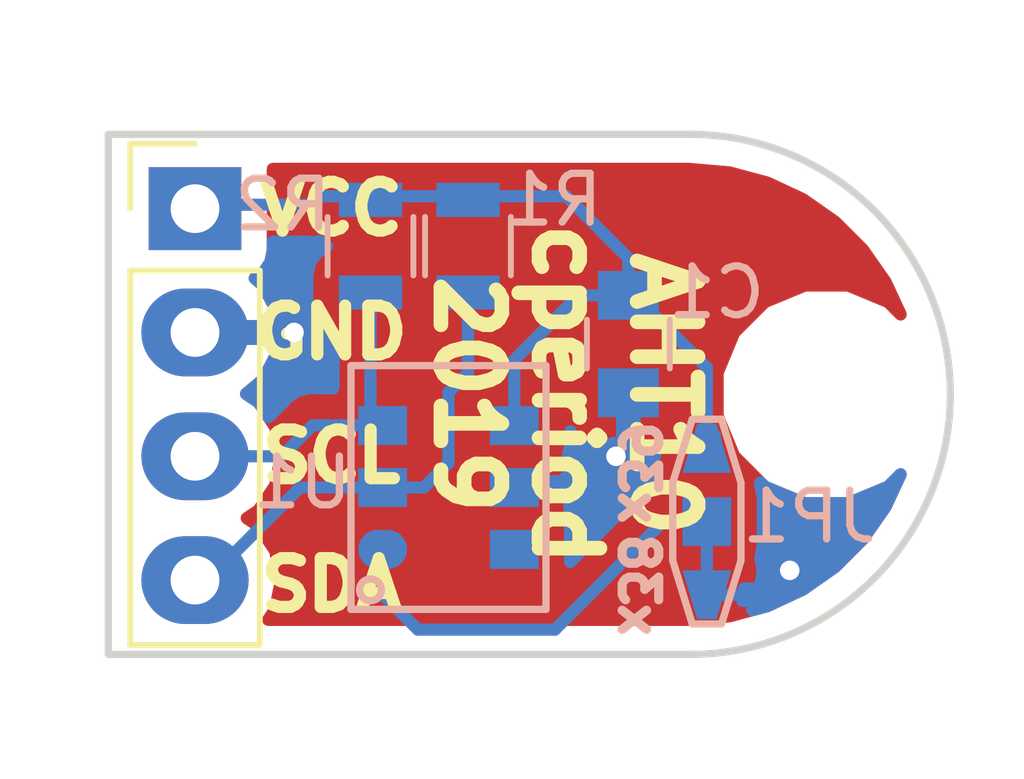
<source format=kicad_pcb>
(kicad_pcb (version 20171130) (host pcbnew 5.0.2-bee76a0~70~ubuntu18.04.1)

  (general
    (thickness 1.6)
    (drawings 11)
    (tracks 46)
    (zones 0)
    (modules 7)
    (nets 7)
  )

  (page A4)
  (layers
    (0 F.Cu signal)
    (31 B.Cu signal)
    (32 B.Adhes user hide)
    (33 F.Adhes user hide)
    (34 B.Paste user)
    (35 F.Paste user hide)
    (36 B.SilkS user)
    (37 F.SilkS user)
    (38 B.Mask user)
    (39 F.Mask user)
    (40 Dwgs.User user hide)
    (41 Cmts.User user hide)
    (42 Eco1.User user hide)
    (43 Eco2.User user hide)
    (44 Edge.Cuts user)
    (45 Margin user hide)
    (46 B.CrtYd user)
    (47 F.CrtYd user hide)
    (48 B.Fab user hide)
    (49 F.Fab user hide)
  )

  (setup
    (last_trace_width 0.25)
    (user_trace_width 0.5)
    (trace_clearance 0.25)
    (zone_clearance 0.508)
    (zone_45_only no)
    (trace_min 0.25)
    (segment_width 0.2)
    (edge_width 0.15)
    (via_size 0.8)
    (via_drill 0.4)
    (via_min_size 0.4)
    (via_min_drill 0.3)
    (uvia_size 0.3)
    (uvia_drill 0.1)
    (uvias_allowed no)
    (uvia_min_size 0.2)
    (uvia_min_drill 0.1)
    (pcb_text_width 0.3)
    (pcb_text_size 1.5 1.5)
    (mod_edge_width 0.15)
    (mod_text_size 1 1)
    (mod_text_width 0.15)
    (pad_size 1.524 1.524)
    (pad_drill 0.762)
    (pad_to_mask_clearance 0.051)
    (solder_mask_min_width 0.25)
    (aux_axis_origin 125.222 90.424)
    (visible_elements FFFFFF7F)
    (pcbplotparams
      (layerselection 0x01020_fffffffe)
      (usegerberextensions false)
      (usegerberattributes false)
      (usegerberadvancedattributes false)
      (creategerberjobfile false)
      (excludeedgelayer true)
      (linewidth 0.050000)
      (plotframeref false)
      (viasonmask false)
      (mode 1)
      (useauxorigin true)
      (hpglpennumber 1)
      (hpglpenspeed 20)
      (hpglpendiameter 15.000000)
      (psnegative false)
      (psa4output false)
      (plotreference true)
      (plotvalue true)
      (plotinvisibletext false)
      (padsonsilk false)
      (subtractmaskfromsilk false)
      (outputformat 1)
      (mirror false)
      (drillshape 0)
      (scaleselection 1)
      (outputdirectory "Gerber/"))
  )

  (net 0 "")
  (net 1 GND)
  (net 2 VCC)
  (net 3 "Net-(J1-Pad4)")
  (net 4 "Net-(J1-Pad3)")
  (net 5 "Net-(U1-Pad6)")
  (net 6 "Net-(JP1-Pad2)")

  (net_class Default "This is the default net class."
    (clearance 0.25)
    (trace_width 0.25)
    (via_dia 0.8)
    (via_drill 0.4)
    (uvia_dia 0.3)
    (uvia_drill 0.1)
    (diff_pair_gap 0.45)
    (diff_pair_width 0.35)
    (add_net GND)
    (add_net "Net-(J1-Pad3)")
    (add_net "Net-(J1-Pad4)")
    (add_net "Net-(JP1-Pad2)")
    (add_net "Net-(U1-Pad6)")
    (add_net VCC)
  )

  (module "CPB:Jumper 1-2-3 0.5mm" (layer B.Cu) (tedit 5D4B6EE2) (tstamp 5D4B7365)
    (at 137.5 87.7 90)
    (path /5D47687F)
    (fp_text reference JP1 (at 0.1 2.1 180) (layer B.SilkS)
      (effects (font (size 1 1) (thickness 0.15)) (justify mirror))
    )
    (fp_text value ADDR (at -0.1 1.4 90) (layer B.Fab)
      (effects (font (size 1 1) (thickness 0.15)) (justify mirror))
    )
    (fp_poly (pts (xy -2 0.2) (xy -1 0.5) (xy 1 0.5) (xy 2 0.2)
      (xy 2 -0.2) (xy 1 -0.5) (xy -1 -0.5) (xy -2 -0.2)) (layer B.Mask) (width 0.15))
    (fp_line (start -2.1 -0.3) (end -2.1 0.3) (layer B.SilkS) (width 0.15))
    (fp_line (start -0.8 -0.7) (end -2.1 -0.3) (layer B.SilkS) (width 0.15))
    (fp_line (start 0.8 -0.7) (end -0.8 -0.7) (layer B.SilkS) (width 0.15))
    (fp_line (start 2.1 -0.3) (end 0.8 -0.7) (layer B.SilkS) (width 0.15))
    (fp_line (start 2.1 0.3) (end 2.1 -0.3) (layer B.SilkS) (width 0.15))
    (fp_line (start 0.8 0.7) (end 2.1 0.3) (layer B.SilkS) (width 0.15))
    (fp_line (start -0.8 0.7) (end 0.8 0.7) (layer B.SilkS) (width 0.15))
    (fp_line (start -2.1 0.3) (end -0.8 0.7) (layer B.SilkS) (width 0.15))
    (pad 3 smd trapezoid (at 1.5 0 270) (size 1 0.7) (rect_delta -0.3 0 ) (layers B.Cu B.Paste B.Mask)
      (net 2 VCC))
    (pad 1 smd trapezoid (at -1.5 0 90) (size 1 0.7) (rect_delta -0.3 0 ) (layers B.Cu B.Paste B.Mask)
      (net 1 GND))
    (pad 2 smd rect (at 0 0 90) (size 1 1) (layers B.Cu B.Paste B.Mask)
      (net 6 "Net-(JP1-Pad2)"))
  )

  (module CPB:AHT10 (layer B.Cu) (tedit 5D48D185) (tstamp 5D738125)
    (at 132.2 87)
    (path /5D38ECA9)
    (fp_text reference U1 (at -3 -0.1) (layer B.SilkS)
      (effects (font (size 1 1) (thickness 0.15)) (justify mirror))
    )
    (fp_text value AHT10 (at -1.8 3.6) (layer B.Fab)
      (effects (font (size 1 1) (thickness 0.15)) (justify mirror))
    )
    (fp_line (start -2.2 -2.7) (end -2.2 2.7) (layer B.Fab) (width 0.15))
    (fp_line (start 2.2 -2.7) (end -2.2 -2.7) (layer B.Fab) (width 0.15))
    (fp_line (start 2.2 2.7) (end 2.2 -2.7) (layer B.Fab) (width 0.15))
    (fp_line (start -2.2 2.7) (end 2.2 2.7) (layer B.Fab) (width 0.15))
    (fp_line (start -2.1 -2.6) (end -2.1 2.6) (layer B.CrtYd) (width 0.15))
    (fp_line (start 2.1 -2.6) (end -2.1 -2.6) (layer B.CrtYd) (width 0.15))
    (fp_line (start 2.1 2.6) (end 2.1 -2.6) (layer B.CrtYd) (width 0.15))
    (fp_line (start -2.1 2.6) (end 2.1 2.6) (layer B.CrtYd) (width 0.15))
    (fp_circle (center -1.6 2.1) (end -1.4 2) (layer B.SilkS) (width 0.15))
    (fp_line (start -2 -2.5) (end -2 2.5) (layer B.SilkS) (width 0.15))
    (fp_line (start 2 -2.5) (end -2 -2.5) (layer B.SilkS) (width 0.15))
    (fp_line (start 2 2.5) (end 2 -2.5) (layer B.SilkS) (width 0.15))
    (fp_line (start -2 2.5) (end 2 2.5) (layer B.SilkS) (width 0.15))
    (pad 6 smd rect (at 1.35 1.27) (size 1 0.8) (layers B.Cu B.Paste B.Mask)
      (net 5 "Net-(U1-Pad6)"))
    (pad 5 smd rect (at 1.35 0) (size 1 0.8) (layers B.Cu B.Paste B.Mask)
      (net 1 GND))
    (pad 4 smd rect (at 1.35 -1.27) (size 1 0.8) (layers B.Cu B.Paste B.Mask)
      (net 2 VCC))
    (pad 3 smd rect (at -1.35 -1.27) (size 1 0.8) (layers B.Cu B.Paste B.Mask)
      (net 4 "Net-(J1-Pad3)"))
    (pad 2 smd rect (at -1.35 0) (size 1 0.8) (layers B.Cu B.Paste B.Mask)
      (net 3 "Net-(J1-Pad4)"))
    (pad 1 smd oval (at -1.35 1.27) (size 1 0.8) (layers B.Cu B.Paste B.Mask)
      (net 6 "Net-(JP1-Pad2)"))
  )

  (module CPB:Socket_Strip_Straight_1x04_Oval_Pitch2.54mm (layer F.Cu) (tedit 5D38F24C) (tstamp 5D4F3DB7)
    (at 127 81.28)
    (descr "Through hole straight socket strip, 1x04, 2.54mm pitch, single row")
    (tags "Through hole socket strip THT 1x04 2.54mm single row")
    (path /5D38EF80)
    (fp_text reference J1 (at 0 -2.33) (layer F.SilkS) hide
      (effects (font (size 1 1) (thickness 0.15)))
    )
    (fp_text value Conn_01x04 (at 0 9.95) (layer F.Fab) hide
      (effects (font (size 1 1) (thickness 0.15)))
    )
    (fp_text user %R (at 0 -2.33) (layer F.Fab) hide
      (effects (font (size 1 1) (thickness 0.15)))
    )
    (fp_line (start 1.8 -1.8) (end -1.8 -1.8) (layer F.CrtYd) (width 0.05))
    (fp_line (start 1.8 9.4) (end 1.8 -1.8) (layer F.CrtYd) (width 0.05))
    (fp_line (start -1.8 9.4) (end 1.8 9.4) (layer F.CrtYd) (width 0.05))
    (fp_line (start -1.8 -1.8) (end -1.8 9.4) (layer F.CrtYd) (width 0.05))
    (fp_line (start -1.33 -1.33) (end 0 -1.33) (layer F.SilkS) (width 0.12))
    (fp_line (start -1.33 0) (end -1.33 -1.33) (layer F.SilkS) (width 0.12))
    (fp_line (start 1.33 1.27) (end -1.33 1.27) (layer F.SilkS) (width 0.12))
    (fp_line (start 1.33 8.95) (end 1.33 1.27) (layer F.SilkS) (width 0.12))
    (fp_line (start -1.33 8.95) (end 1.33 8.95) (layer F.SilkS) (width 0.12))
    (fp_line (start -1.33 1.27) (end -1.33 8.95) (layer F.SilkS) (width 0.12))
    (fp_line (start 1.27 -1.27) (end -1.27 -1.27) (layer F.Fab) (width 0.1))
    (fp_line (start 1.27 8.89) (end 1.27 -1.27) (layer F.Fab) (width 0.1))
    (fp_line (start -1.27 8.89) (end 1.27 8.89) (layer F.Fab) (width 0.1))
    (fp_line (start -1.27 -1.27) (end -1.27 8.89) (layer F.Fab) (width 0.1))
    (pad 4 thru_hole oval (at 0 7.62) (size 2.2 1.8) (drill 1) (layers *.Cu *.Mask)
      (net 3 "Net-(J1-Pad4)"))
    (pad 3 thru_hole oval (at 0 5.08) (size 2.2 1.8) (drill 1) (layers *.Cu *.Mask)
      (net 4 "Net-(J1-Pad3)"))
    (pad 2 thru_hole oval (at 0 2.54) (size 2.2 1.8) (drill 1) (layers *.Cu *.Mask)
      (net 1 GND))
    (pad 1 thru_hole rect (at 0 0) (size 1.9 1.7) (drill 1) (layers *.Cu *.Mask)
      (net 2 VCC))
    (model ${KISYS3DMOD}/Socket_Strips.3dshapes/Socket_Strip_Straight_1x04_Pitch2.54mm.wrl
      (offset (xyz 0 -3.809999942779541 0))
      (scale (xyz 1 1 1))
      (rotate (xyz 0 0 270))
    )
  )

  (module MountingHole:MountingHole_3.2mm_M3 (layer F.Cu) (tedit 5D38F1FB) (tstamp 5D4B6949)
    (at 139.954 85.09)
    (descr "Mounting Hole 3.2mm, no annular, M3")
    (tags "mounting hole 3.2mm no annular m3")
    (attr virtual)
    (fp_text reference REF** (at 0 -4.2) (layer F.SilkS) hide
      (effects (font (size 1 1) (thickness 0.15)))
    )
    (fp_text value MountingHole_3.2mm_M3 (at 0 4.2) (layer F.Fab) hide
      (effects (font (size 1 1) (thickness 0.15)))
    )
    (fp_circle (center 0 0) (end 3.45 0) (layer F.CrtYd) (width 0.05))
    (fp_circle (center 0 0) (end 3.2 0) (layer Cmts.User) (width 0.15))
    (fp_text user %R (at 0.3 0) (layer F.Fab)
      (effects (font (size 1 1) (thickness 0.15)))
    )
    (pad 1 np_thru_hole circle (at 0 0) (size 3.2 3.2) (drill 3.2) (layers *.Cu *.Mask))
  )

  (module Capacitors_SMD:C_0805 (layer B.Cu) (tedit 58AA8463) (tstamp 5D737EB5)
    (at 135.89 84.058 270)
    (descr "Capacitor SMD 0805, reflow soldering, AVX (see smccp.pdf)")
    (tags "capacitor 0805")
    (path /5D38EDCB)
    (attr smd)
    (fp_text reference C1 (at -1.058 -1.81) (layer B.SilkS)
      (effects (font (size 1 1) (thickness 0.15)) (justify mirror))
    )
    (fp_text value 100nF (at 0 -1.75 270) (layer B.Fab)
      (effects (font (size 1 1) (thickness 0.15)) (justify mirror))
    )
    (fp_line (start 1.75 -0.87) (end -1.75 -0.87) (layer B.CrtYd) (width 0.05))
    (fp_line (start 1.75 -0.87) (end 1.75 0.88) (layer B.CrtYd) (width 0.05))
    (fp_line (start -1.75 0.88) (end -1.75 -0.87) (layer B.CrtYd) (width 0.05))
    (fp_line (start -1.75 0.88) (end 1.75 0.88) (layer B.CrtYd) (width 0.05))
    (fp_line (start -0.5 -0.85) (end 0.5 -0.85) (layer B.SilkS) (width 0.12))
    (fp_line (start 0.5 0.85) (end -0.5 0.85) (layer B.SilkS) (width 0.12))
    (fp_line (start -1 0.62) (end 1 0.62) (layer B.Fab) (width 0.1))
    (fp_line (start 1 0.62) (end 1 -0.62) (layer B.Fab) (width 0.1))
    (fp_line (start 1 -0.62) (end -1 -0.62) (layer B.Fab) (width 0.1))
    (fp_line (start -1 -0.62) (end -1 0.62) (layer B.Fab) (width 0.1))
    (fp_text user %R (at 0 1.5 270) (layer B.Fab)
      (effects (font (size 1 1) (thickness 0.15)) (justify mirror))
    )
    (pad 2 smd rect (at 1 0 270) (size 1 1.25) (layers B.Cu B.Paste B.Mask)
      (net 1 GND))
    (pad 1 smd rect (at -1 0 270) (size 1 1.25) (layers B.Cu B.Paste B.Mask)
      (net 2 VCC))
    (model Capacitors_SMD.3dshapes/C_0805.wrl
      (at (xyz 0 0 0))
      (scale (xyz 1 1 1))
      (rotate (xyz 0 0 0))
    )
  )

  (module Resistors_SMD:R_0805 (layer B.Cu) (tedit 58E0A804) (tstamp 5D737ED3)
    (at 132.6 82.05 270)
    (descr "Resistor SMD 0805, reflow soldering, Vishay (see dcrcw.pdf)")
    (tags "resistor 0805")
    (path /5D38F3B4)
    (attr smd)
    (fp_text reference R1 (at -0.95 -1.766) (layer B.SilkS)
      (effects (font (size 1 1) (thickness 0.15)) (justify mirror))
    )
    (fp_text value 10K (at 0 -1.75 270) (layer B.Fab)
      (effects (font (size 1 1) (thickness 0.15)) (justify mirror))
    )
    (fp_line (start 1.55 -0.9) (end -1.55 -0.9) (layer B.CrtYd) (width 0.05))
    (fp_line (start 1.55 -0.9) (end 1.55 0.9) (layer B.CrtYd) (width 0.05))
    (fp_line (start -1.55 0.9) (end -1.55 -0.9) (layer B.CrtYd) (width 0.05))
    (fp_line (start -1.55 0.9) (end 1.55 0.9) (layer B.CrtYd) (width 0.05))
    (fp_line (start -0.6 0.88) (end 0.6 0.88) (layer B.SilkS) (width 0.12))
    (fp_line (start 0.6 -0.88) (end -0.6 -0.88) (layer B.SilkS) (width 0.12))
    (fp_line (start -1 0.62) (end 1 0.62) (layer B.Fab) (width 0.1))
    (fp_line (start 1 0.62) (end 1 -0.62) (layer B.Fab) (width 0.1))
    (fp_line (start 1 -0.62) (end -1 -0.62) (layer B.Fab) (width 0.1))
    (fp_line (start -1 -0.62) (end -1 0.62) (layer B.Fab) (width 0.1))
    (fp_text user %R (at 0 0 270) (layer B.Fab)
      (effects (font (size 0.5 0.5) (thickness 0.075)) (justify mirror))
    )
    (pad 2 smd rect (at 0.95 0 270) (size 0.7 1.3) (layers B.Cu B.Paste B.Mask)
      (net 3 "Net-(J1-Pad4)"))
    (pad 1 smd rect (at -0.95 0 270) (size 0.7 1.3) (layers B.Cu B.Paste B.Mask)
      (net 2 VCC))
    (model ${KISYS3DMOD}/Resistors_SMD.3dshapes/R_0805.wrl
      (at (xyz 0 0 0))
      (scale (xyz 1 1 1))
      (rotate (xyz 0 0 0))
    )
  )

  (module Resistors_SMD:R_0805 (layer B.Cu) (tedit 58E0A804) (tstamp 5D737EE3)
    (at 130.6 82.05 270)
    (descr "Resistor SMD 0805, reflow soldering, Vishay (see dcrcw.pdf)")
    (tags "resistor 0805")
    (path /5D38F3DC)
    (attr smd)
    (fp_text reference R2 (at -0.85 1.8 180) (layer B.SilkS)
      (effects (font (size 1 1) (thickness 0.15)) (justify mirror))
    )
    (fp_text value 10K (at 0 -1.75 270) (layer B.Fab)
      (effects (font (size 1 1) (thickness 0.15)) (justify mirror))
    )
    (fp_text user %R (at 0 0 270) (layer B.Fab)
      (effects (font (size 0.5 0.5) (thickness 0.075)) (justify mirror))
    )
    (fp_line (start -1 -0.62) (end -1 0.62) (layer B.Fab) (width 0.1))
    (fp_line (start 1 -0.62) (end -1 -0.62) (layer B.Fab) (width 0.1))
    (fp_line (start 1 0.62) (end 1 -0.62) (layer B.Fab) (width 0.1))
    (fp_line (start -1 0.62) (end 1 0.62) (layer B.Fab) (width 0.1))
    (fp_line (start 0.6 -0.88) (end -0.6 -0.88) (layer B.SilkS) (width 0.12))
    (fp_line (start -0.6 0.88) (end 0.6 0.88) (layer B.SilkS) (width 0.12))
    (fp_line (start -1.55 0.9) (end 1.55 0.9) (layer B.CrtYd) (width 0.05))
    (fp_line (start -1.55 0.9) (end -1.55 -0.9) (layer B.CrtYd) (width 0.05))
    (fp_line (start 1.55 -0.9) (end 1.55 0.9) (layer B.CrtYd) (width 0.05))
    (fp_line (start 1.55 -0.9) (end -1.55 -0.9) (layer B.CrtYd) (width 0.05))
    (pad 1 smd rect (at -0.95 0 270) (size 0.7 1.3) (layers B.Cu B.Paste B.Mask)
      (net 2 VCC))
    (pad 2 smd rect (at 0.95 0 270) (size 0.7 1.3) (layers B.Cu B.Paste B.Mask)
      (net 4 "Net-(J1-Pad3)"))
    (model ${KISYS3DMOD}/Resistors_SMD.3dshapes/R_0805.wrl
      (at (xyz 0 0 0))
      (scale (xyz 1 1 1))
      (rotate (xyz 0 0 0))
    )
  )

  (gr_text x39 (at 136.1 86.7 270) (layer B.SilkS) (tstamp 5D4B6C15)
    (effects (font (size 0.75 0.75) (thickness 0.1875)) (justify mirror))
  )
  (gr_text x38 (at 136.1 89 270) (layer B.SilkS)
    (effects (font (size 0.75 0.75) (thickness 0.1875)) (justify mirror))
  )
  (gr_text VCC (at 129.794 81.28) (layer F.SilkS) (tstamp 5D4B68FD)
    (effects (font (size 1 1) (thickness 0.25)))
  )
  (gr_text GND (at 129.794 83.82) (layer F.SilkS) (tstamp 5D4B68FB)
    (effects (font (size 1 1) (thickness 0.25)))
  )
  (gr_text SCL (at 129.794 86.36) (layer F.SilkS) (tstamp 5D4B68F9)
    (effects (font (size 1 1) (thickness 0.25)))
  )
  (gr_line (start 125.222 90.424) (end 137.16 90.424) (layer Edge.Cuts) (width 0.15))
  (gr_line (start 125.222 79.756) (end 125.222 90.424) (layer Edge.Cuts) (width 0.15))
  (gr_line (start 137.16 79.756) (end 125.222 79.756) (layer Edge.Cuts) (width 0.15))
  (gr_arc (start 137.16 85.09) (end 137.16 90.424) (angle -180) (layer Edge.Cuts) (width 0.15))
  (gr_text "AHT10\ncperiod\n2019" (at 134.62 85.09 270) (layer F.SilkS) (tstamp 5D4F4C99)
    (effects (font (size 1.25 1.25) (thickness 0.3)))
  )
  (gr_text SDA (at 129.794 89) (layer F.SilkS) (tstamp 5D4F4C8E)
    (effects (font (size 1 1) (thickness 0.25)))
  )

  (via (at 129.032 83.82) (size 0.8) (drill 0.4) (layers F.Cu B.Cu) (net 1))
  (segment (start 127 83.82) (end 129.032 83.82) (width 0.25) (layer B.Cu) (net 1) (status 10))
  (segment (start 133.096 83.82) (end 135.636 86.36) (width 0.25) (layer F.Cu) (net 1))
  (segment (start 134.996 87) (end 135.636 86.36) (width 0.25) (layer B.Cu) (net 1))
  (segment (start 127 83.82) (end 133.096 83.82) (width 0.25) (layer F.Cu) (net 1) (status 10))
  (via (at 135.636 86.36) (size 0.8) (drill 0.4) (layers F.Cu B.Cu) (net 1))
  (segment (start 133.55 87) (end 134.996 87) (width 0.25) (layer B.Cu) (net 1) (status 10))
  (segment (start 137.5 89.2) (end 138.7 89.2) (width 0.25) (layer B.Cu) (net 1))
  (via (at 139.2 88.7) (size 0.8) (drill 0.4) (layers F.Cu B.Cu) (net 1))
  (segment (start 138.7 89.2) (end 139.2 88.7) (width 0.25) (layer B.Cu) (net 1))
  (segment (start 136.86 86.36) (end 135.636 86.36) (width 0.25) (layer F.Cu) (net 1))
  (segment (start 139.2 88.7) (end 136.86 86.36) (width 0.25) (layer F.Cu) (net 1))
  (segment (start 135.89 82.296) (end 135.89 83.058) (width 0.25) (layer B.Cu) (net 2) (status 20))
  (segment (start 134.62 81.026) (end 135.89 82.296) (width 0.25) (layer B.Cu) (net 2))
  (segment (start 129.574 81.026) (end 134.62 81.026) (width 0.25) (layer B.Cu) (net 2))
  (segment (start 129.4 81.2) (end 129.574 81.026) (width 0.25) (layer B.Cu) (net 2))
  (segment (start 127 81.28) (end 127.08 81.2) (width 0.25) (layer B.Cu) (net 2) (status 30))
  (segment (start 127.08 81.2) (end 129.4 81.2) (width 0.25) (layer B.Cu) (net 2) (status 10))
  (segment (start 134.874 83.058) (end 135.89 83.058) (width 0.25) (layer B.Cu) (net 2) (status 20))
  (segment (start 133.55 85.73) (end 133.55 84.382) (width 0.25) (layer B.Cu) (net 2) (status 10))
  (segment (start 133.55 84.382) (end 134.874 83.058) (width 0.25) (layer B.Cu) (net 2))
  (segment (start 136.015 83.058) (end 135.89 83.058) (width 0.25) (layer B.Cu) (net 2) (status 30))
  (segment (start 137.5 84.543) (end 136.015 83.058) (width 0.25) (layer B.Cu) (net 2) (status 20))
  (segment (start 137.668 85.934) (end 137.5 85.766) (width 0.25) (layer B.Cu) (net 2) (status 30))
  (segment (start 137.5 85.766) (end 137.5 84.543) (width 0.25) (layer B.Cu) (net 2) (status 10))
  (segment (start 132.6 84.65) (end 132.6 83) (width 0.25) (layer B.Cu) (net 3) (status 20))
  (segment (start 132.2 85.05) (end 132.6 84.65) (width 0.25) (layer B.Cu) (net 3))
  (segment (start 132.2 86.494) (end 132.2 85.05) (width 0.25) (layer B.Cu) (net 3))
  (segment (start 130.85 87) (end 131.694 87) (width 0.25) (layer B.Cu) (net 3) (status 10))
  (segment (start 131.694 87) (end 132.2 86.494) (width 0.25) (layer B.Cu) (net 3))
  (segment (start 129.154 87) (end 130.85 87) (width 0.25) (layer B.Cu) (net 3) (status 20))
  (segment (start 127 88.9) (end 127.254 88.9) (width 0.25) (layer B.Cu) (net 3) (status 30))
  (segment (start 127.254 88.9) (end 129.154 87) (width 0.25) (layer B.Cu) (net 3) (status 10))
  (segment (start 130.6 85.48) (end 130.6 83.1) (width 0.25) (layer B.Cu) (net 4) (status 30))
  (segment (start 130.85 85.73) (end 130.6 85.48) (width 0.25) (layer B.Cu) (net 4) (status 30))
  (segment (start 129.413 85.725) (end 130.845 85.725) (width 0.25) (layer B.Cu) (net 4) (status 20))
  (segment (start 130.845 85.725) (end 130.85 85.73) (width 0.25) (layer B.Cu) (net 4) (status 30))
  (segment (start 127 86.36) (end 128.778 86.36) (width 0.25) (layer B.Cu) (net 4) (status 10))
  (segment (start 128.778 86.36) (end 129.413 85.725) (width 0.25) (layer B.Cu) (net 4))
  (segment (start 130.95 88.27) (end 130.85 88.27) (width 0.25) (layer B.Cu) (net 6) (status 30))
  (segment (start 131.572 89.916) (end 130.85 89.194) (width 0.25) (layer B.Cu) (net 6))
  (segment (start 134.384 89.916) (end 131.572 89.916) (width 0.25) (layer B.Cu) (net 6))
  (segment (start 130.85 89.194) (end 130.85 88.27) (width 0.25) (layer B.Cu) (net 6) (status 20))
  (segment (start 137.4 87.7) (end 136.6 87.7) (width 0.25) (layer B.Cu) (net 6) (status 10))
  (segment (start 136.6 87.7) (end 134.384 89.916) (width 0.25) (layer B.Cu) (net 6))
  (segment (start 137.5 87.7) (end 137.5 89.1) (width 0.25) (layer B.Cu) (net 6))

  (zone (net 1) (net_name GND) (layer B.Cu) (tstamp 5D73817E) (hatch edge 0.508)
    (connect_pads (clearance 0.508))
    (min_thickness 0.254)
    (fill yes (arc_segments 16) (thermal_gap 0.508) (thermal_bridge_width 0.508))
    (polygon
      (pts
        (xy 123 77) (xy 144 77) (xy 144 93) (xy 123 93)
      )
    )
    (filled_polygon
      (pts
        (xy 141.162154 87.400642) (xy 140.700109 88.06051) (xy 140.130505 88.630113) (xy 139.470644 89.092153) (xy 138.740572 89.43259)
        (xy 138.43131 89.515457) (xy 138.487847 89.327) (xy 138.229736 89.327) (xy 138.26 89.174852) (xy 138.26 89.073)
        (xy 138.5 89.073) (xy 138.5 89.286491) (xy 138.620135 88.886041) (xy 138.64744 88.7) (xy 138.598157 88.452235)
        (xy 138.596664 88.45) (xy 138.598157 88.447765) (xy 138.64744 88.2) (xy 138.64744 87.2) (xy 138.598157 86.952235)
        (xy 138.590396 86.94062) (xy 138.602943 86.89971) (xy 138.687974 86.984741) (xy 139.509431 87.325) (xy 140.398569 87.325)
        (xy 141.220026 86.984741) (xy 141.474976 86.729791)
      )
    )
    (filled_polygon
      (pts
        (xy 136.017 84.931) (xy 136.037 84.931) (xy 136.037 85.185) (xy 136.017 85.185) (xy 136.017 86.03425)
        (xy 136.17575 86.193) (xy 136.476153 86.193) (xy 136.379865 86.513959) (xy 136.35256 86.7) (xy 136.401843 86.947765)
        (xy 136.403336 86.95) (xy 136.401843 86.952235) (xy 136.399297 86.965033) (xy 136.303463 86.984096) (xy 136.052071 87.152071)
        (xy 136.009671 87.215527) (xy 134.69744 88.527759) (xy 134.69744 87.87) (xy 134.648157 87.622235) (xy 134.646373 87.619565)
        (xy 134.685 87.52631) (xy 134.685 87.28575) (xy 134.52625 87.127) (xy 133.677 87.127) (xy 133.677 87.147)
        (xy 133.423 87.147) (xy 133.423 87.127) (xy 133.403 87.127) (xy 133.403 86.873) (xy 133.423 86.873)
        (xy 133.423 86.853) (xy 133.677 86.853) (xy 133.677 86.873) (xy 134.52625 86.873) (xy 134.685 86.71425)
        (xy 134.685 86.47369) (xy 134.646373 86.380435) (xy 134.648157 86.377765) (xy 134.69744 86.13) (xy 134.69744 85.847123)
        (xy 134.726673 85.917698) (xy 134.905301 86.096327) (xy 135.13869 86.193) (xy 135.60425 86.193) (xy 135.763 86.03425)
        (xy 135.763 85.185) (xy 135.743 85.185) (xy 135.743 84.931) (xy 135.763 84.931) (xy 135.763 84.911)
        (xy 136.017 84.911)
      )
    )
    (filled_polygon
      (pts
        (xy 129.702235 82.048157) (xy 129.7115 82.05) (xy 129.702235 82.051843) (xy 129.492191 82.192191) (xy 129.351843 82.402235)
        (xy 129.30256 82.65) (xy 129.30256 83.35) (xy 129.351843 83.597765) (xy 129.492191 83.807809) (xy 129.702235 83.948157)
        (xy 129.840001 83.97556) (xy 129.84 84.950299) (xy 129.830178 84.965) (xy 129.487848 84.965) (xy 129.413 84.950112)
        (xy 129.338152 84.965) (xy 129.338148 84.965) (xy 129.116463 85.009096) (xy 128.865071 85.177071) (xy 128.822671 85.240527)
        (xy 128.508226 85.554973) (xy 128.306673 85.253327) (xy 128.047633 85.080242) (xy 128.401369 84.783079) (xy 128.678475 84.250025)
        (xy 128.691036 84.18474) (xy 128.570378 83.947) (xy 127.127 83.947) (xy 127.127 83.967) (xy 126.873 83.967)
        (xy 126.873 83.947) (xy 126.853 83.947) (xy 126.853 83.693) (xy 126.873 83.693) (xy 126.873 83.673)
        (xy 127.127 83.673) (xy 127.127 83.693) (xy 128.570378 83.693) (xy 128.691036 83.45526) (xy 128.678475 83.389975)
        (xy 128.401369 82.856921) (xy 128.225796 82.709427) (xy 128.407809 82.587809) (xy 128.548157 82.377765) (xy 128.59744 82.13)
        (xy 128.59744 81.96) (xy 129.325153 81.96) (xy 129.4 81.974888) (xy 129.474847 81.96) (xy 129.474852 81.96)
        (xy 129.548404 81.94537)
      )
    )
  )
  (zone (net 1) (net_name GND) (layer F.Cu) (tstamp 0) (hatch edge 0.508)
    (connect_pads (clearance 0.508))
    (min_thickness 0.254)
    (fill yes (arc_segments 16) (thermal_gap 0.508) (thermal_bridge_width 0.508))
    (polygon
      (pts
        (xy 124.968 79.502) (xy 143.764 79.502) (xy 144.018 91.694) (xy 124.968 91.186)
      )
    )
    (filled_polygon
      (pts
        (xy 137.962477 80.538919) (xy 138.740572 80.74741) (xy 139.470644 81.087847) (xy 140.130505 81.549887) (xy 140.700109 82.11949)
        (xy 141.162154 82.779358) (xy 141.474976 83.450209) (xy 141.220026 83.195259) (xy 140.398569 82.855) (xy 139.509431 82.855)
        (xy 138.687974 83.195259) (xy 138.059259 83.823974) (xy 137.719 84.645431) (xy 137.719 85.534569) (xy 138.059259 86.356026)
        (xy 138.687974 86.984741) (xy 139.509431 87.325) (xy 140.398569 87.325) (xy 141.220026 86.984741) (xy 141.474976 86.729791)
        (xy 141.162154 87.400642) (xy 140.700109 88.06051) (xy 140.130505 88.630113) (xy 139.470644 89.092153) (xy 138.740572 89.43259)
        (xy 137.962477 89.641081) (xy 137.129004 89.714) (xy 128.502231 89.714) (xy 128.645938 89.498927) (xy 128.765072 88.9)
        (xy 128.645938 88.301073) (xy 128.306673 87.793327) (xy 128.062237 87.63) (xy 128.306673 87.466673) (xy 128.645938 86.958927)
        (xy 128.765072 86.36) (xy 128.645938 85.761073) (xy 128.306673 85.253327) (xy 128.047633 85.080242) (xy 128.401369 84.783079)
        (xy 128.678475 84.250025) (xy 128.691036 84.18474) (xy 128.570378 83.947) (xy 127.127 83.947) (xy 127.127 83.967)
        (xy 126.873 83.967) (xy 126.873 83.947) (xy 126.853 83.947) (xy 126.853 83.693) (xy 126.873 83.693)
        (xy 126.873 83.673) (xy 127.127 83.673) (xy 127.127 83.693) (xy 128.570378 83.693) (xy 128.691036 83.45526)
        (xy 128.678475 83.389975) (xy 128.401369 82.856921) (xy 128.225796 82.709427) (xy 128.407809 82.587809) (xy 128.548157 82.377765)
        (xy 128.59744 82.13) (xy 128.59744 80.466) (xy 137.129004 80.466)
      )
    )
  )
)

</source>
